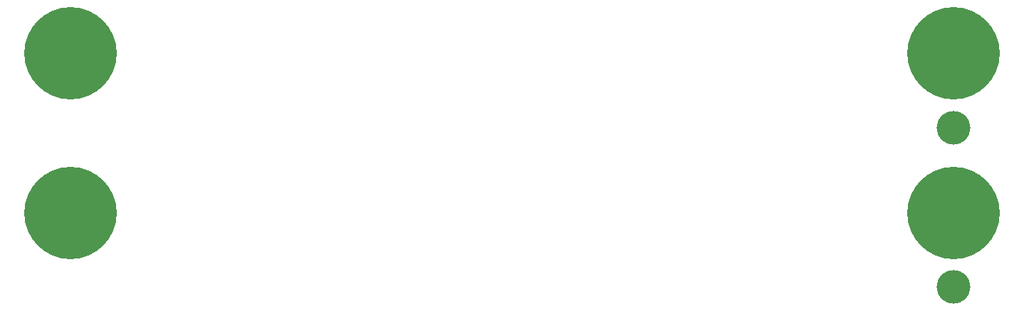
<source format=gbr>
%TF.GenerationSoftware,KiCad,Pcbnew,8.0.7*%
%TF.CreationDate,2025-01-31T21:54:53-05:00*%
%TF.ProjectId,filter_board,66696c74-6572-45f6-926f-6172642e6b69,rev?*%
%TF.SameCoordinates,Original*%
%TF.FileFunction,Soldermask,Bot*%
%TF.FilePolarity,Negative*%
%FSLAX46Y46*%
G04 Gerber Fmt 4.6, Leading zero omitted, Abs format (unit mm)*
G04 Created by KiCad (PCBNEW 8.0.7) date 2025-01-31 21:54:53*
%MOMM*%
%LPD*%
G01*
G04 APERTURE LIST*
%ADD10C,4.000000*%
%ADD11C,11.000000*%
G04 APERTURE END LIST*
D10*
%TO.C,J4*%
X209000000Y-145800000D03*
%TD*%
%TO.C,J3*%
X209000000Y-126800000D03*
%TD*%
D11*
%TO.C,J1*%
X209000000Y-137025000D03*
X209000000Y-117975000D03*
%TD*%
%TO.C,J2*%
X104000000Y-117975000D03*
X104000000Y-137025000D03*
%TD*%
M02*

</source>
